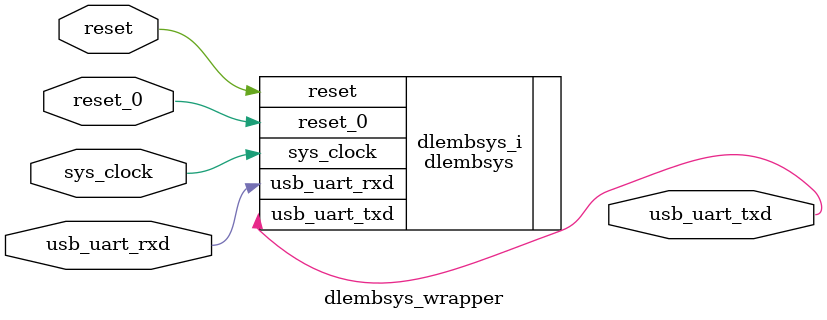
<source format=v>
`timescale 1 ps / 1 ps

module dlembsys_wrapper
   (reset,
    reset_0,
    sys_clock,
    usb_uart_rxd,
    usb_uart_txd);
  input reset;
  input reset_0;
  input sys_clock;
  input usb_uart_rxd;
  output usb_uart_txd;

  wire reset;
  wire reset_0;
  wire sys_clock;
  wire usb_uart_rxd;
  wire usb_uart_txd;

  dlembsys dlembsys_i
       (.reset(reset),
        .reset_0(reset_0),
        .sys_clock(sys_clock),
        .usb_uart_rxd(usb_uart_rxd),
        .usb_uart_txd(usb_uart_txd));
endmodule

</source>
